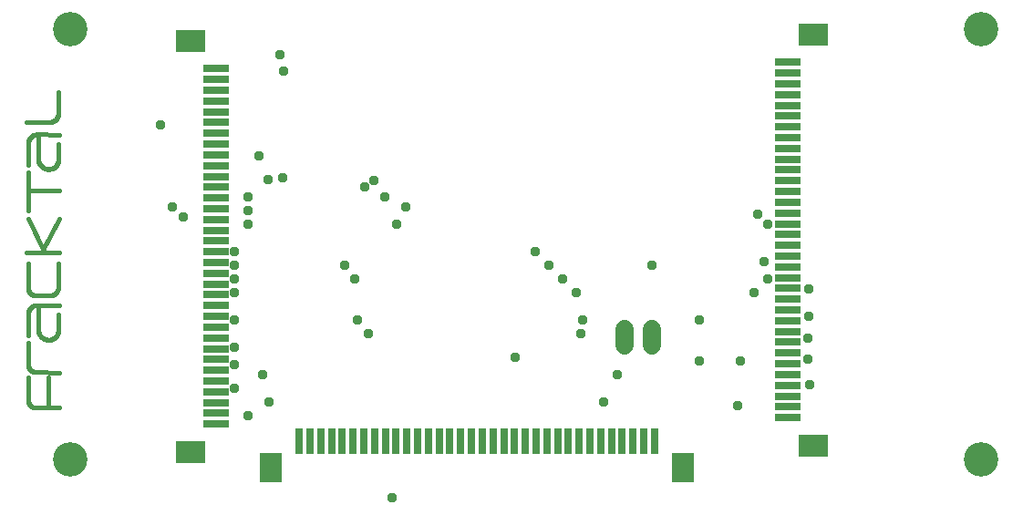
<source format=gbr>
G04 EAGLE Gerber RS-274X export*
G75*
%MOMM*%
%FSLAX34Y34*%
%LPD*%
%INSoldermask Top*%
%IPPOS*%
%AMOC8*
5,1,8,0,0,1.08239X$1,22.5*%
G01*
%ADD10C,3.203194*%
%ADD11R,0.803200X2.403200*%
%ADD12R,2.003200X2.803200*%
%ADD13R,2.403200X0.803200*%
%ADD14R,2.803200X2.003200*%
%ADD15C,0.406400*%
%ADD16C,1.727200*%
%ADD17C,0.959600*%


D10*
X164815Y536866D03*
X1011025Y536866D03*
X1011025Y136866D03*
X164815Y136866D03*
D11*
X417505Y153595D03*
X407505Y153595D03*
X427505Y153595D03*
X397505Y153595D03*
D12*
X733505Y129595D03*
X351505Y129595D03*
D11*
X387505Y153595D03*
X377505Y153595D03*
X437505Y153595D03*
X447505Y153595D03*
X457505Y153595D03*
X467505Y153595D03*
X477505Y153595D03*
X487505Y153595D03*
X497505Y153595D03*
X507505Y153595D03*
X517505Y153595D03*
X527505Y153595D03*
X537505Y153595D03*
X547505Y153595D03*
X557505Y153595D03*
X567505Y153595D03*
X577505Y153595D03*
X587505Y153595D03*
X597505Y153595D03*
X607505Y153595D03*
X617505Y153595D03*
X627505Y153595D03*
X637505Y153595D03*
X647505Y153595D03*
X657505Y153595D03*
X667505Y153595D03*
X677505Y153595D03*
X687505Y153595D03*
X697505Y153595D03*
X707505Y153595D03*
D13*
X300400Y459900D03*
X300400Y469900D03*
X300400Y449900D03*
X300400Y479900D03*
D14*
X276400Y143900D03*
X276400Y525900D03*
D13*
X300400Y489900D03*
X300400Y499900D03*
X300400Y439900D03*
X300400Y429900D03*
X300400Y419900D03*
X300400Y409900D03*
X300400Y399900D03*
X300400Y389900D03*
X300400Y379900D03*
X300400Y369900D03*
X300400Y359900D03*
X300400Y349900D03*
X300400Y339900D03*
X300400Y329900D03*
X300400Y319900D03*
X300400Y309900D03*
X300400Y299900D03*
X300400Y289900D03*
X300400Y279900D03*
X300400Y269900D03*
X300400Y259900D03*
X300400Y249900D03*
X300400Y239900D03*
X300400Y229900D03*
X300400Y219900D03*
X300400Y209900D03*
X300400Y199900D03*
X300400Y189900D03*
X300400Y179900D03*
X300400Y169900D03*
X831070Y215870D03*
X831070Y205870D03*
X831070Y225870D03*
X831070Y195870D03*
D14*
X855070Y531870D03*
X855070Y149870D03*
D13*
X831070Y185870D03*
X831070Y175870D03*
X831070Y235870D03*
X831070Y245870D03*
X831070Y255870D03*
X831070Y265870D03*
X831070Y275870D03*
X831070Y285870D03*
X831070Y295870D03*
X831070Y305870D03*
X831070Y315870D03*
X831070Y325870D03*
X831070Y335870D03*
X831070Y345870D03*
X831070Y355870D03*
X831070Y365870D03*
X831070Y375870D03*
X831070Y385870D03*
X831070Y395870D03*
X831070Y405870D03*
X831070Y415870D03*
X831070Y425870D03*
X831070Y435870D03*
X831070Y445870D03*
X831070Y455870D03*
X831070Y465870D03*
X831070Y475870D03*
X831070Y485870D03*
X831070Y495870D03*
X831070Y505870D03*
D15*
X125857Y212852D02*
X125603Y193294D01*
X125603Y192532D01*
X125605Y192348D01*
X125612Y192164D01*
X125623Y191980D01*
X125639Y191797D01*
X125659Y191614D01*
X125683Y191431D01*
X125712Y191249D01*
X125745Y191068D01*
X125783Y190888D01*
X125824Y190708D01*
X125871Y190530D01*
X125921Y190353D01*
X125976Y190177D01*
X126035Y190003D01*
X126098Y189830D01*
X126166Y189659D01*
X126237Y189489D01*
X126313Y189321D01*
X126392Y189155D01*
X126476Y188991D01*
X126563Y188829D01*
X126655Y188669D01*
X126750Y188511D01*
X126849Y188356D01*
X126952Y188203D01*
X127058Y188053D01*
X127168Y187905D01*
X127282Y187760D01*
X127399Y187618D01*
X127519Y187479D01*
X127643Y187343D01*
X127770Y187209D01*
X127900Y187079D01*
X128034Y186952D01*
X128170Y186828D01*
X128309Y186708D01*
X128451Y186591D01*
X128596Y186477D01*
X128744Y186367D01*
X128894Y186261D01*
X129047Y186158D01*
X129202Y186059D01*
X129360Y185964D01*
X129520Y185872D01*
X129682Y185785D01*
X129846Y185701D01*
X130012Y185622D01*
X130180Y185546D01*
X130350Y185475D01*
X130521Y185407D01*
X130694Y185344D01*
X130868Y185285D01*
X131044Y185230D01*
X131221Y185180D01*
X131399Y185133D01*
X131579Y185092D01*
X131759Y185054D01*
X131940Y185021D01*
X132122Y184992D01*
X132305Y184968D01*
X132488Y184948D01*
X132671Y184932D01*
X132855Y184921D01*
X133039Y184914D01*
X133223Y184912D01*
X154559Y184912D01*
X144145Y187198D02*
X144145Y212852D01*
X125603Y226060D02*
X125603Y245618D01*
X125603Y226060D02*
X125605Y225863D01*
X125613Y225665D01*
X125625Y225469D01*
X125641Y225272D01*
X125663Y225076D01*
X125689Y224880D01*
X125720Y224685D01*
X125756Y224491D01*
X125796Y224298D01*
X125841Y224106D01*
X125891Y223915D01*
X125945Y223725D01*
X126004Y223537D01*
X126068Y223350D01*
X126136Y223165D01*
X126208Y222981D01*
X126285Y222800D01*
X126366Y222620D01*
X126452Y222442D01*
X126542Y222266D01*
X126636Y222093D01*
X126735Y221922D01*
X126837Y221753D01*
X126944Y221587D01*
X127054Y221424D01*
X127169Y221263D01*
X127287Y221105D01*
X127409Y220950D01*
X127535Y220798D01*
X127664Y220649D01*
X127797Y220504D01*
X127934Y220361D01*
X128074Y220222D01*
X128217Y220086D01*
X128364Y219954D01*
X128514Y219826D01*
X128666Y219701D01*
X128822Y219580D01*
X128981Y219462D01*
X129142Y219349D01*
X129306Y219240D01*
X129473Y219134D01*
X129643Y219033D01*
X129814Y218936D01*
X129988Y218843D01*
X130165Y218754D01*
X130343Y218669D01*
X130523Y218589D01*
X130705Y218513D01*
X130889Y218442D01*
X131075Y218375D01*
X131262Y218313D01*
X131451Y218255D01*
X131641Y218202D01*
X131832Y218154D01*
X132025Y218110D01*
X132218Y218071D01*
X132412Y218036D01*
X132608Y218007D01*
X132803Y217982D01*
X133000Y217961D01*
X133196Y217946D01*
X133393Y217935D01*
X133591Y217929D01*
X133788Y217928D01*
X133985Y217932D01*
X154559Y217678D01*
X125857Y251968D02*
X125857Y272288D01*
X125859Y272487D01*
X125867Y272685D01*
X125879Y272883D01*
X125896Y273081D01*
X125918Y273279D01*
X125944Y273476D01*
X125976Y273672D01*
X126012Y273867D01*
X126053Y274062D01*
X126098Y274255D01*
X126149Y274447D01*
X126204Y274638D01*
X126264Y274827D01*
X126328Y275015D01*
X126397Y275202D01*
X126470Y275386D01*
X126548Y275569D01*
X126631Y275750D01*
X126717Y275928D01*
X126808Y276105D01*
X126904Y276279D01*
X127003Y276451D01*
X127107Y276621D01*
X127215Y276787D01*
X127327Y276951D01*
X127443Y277113D01*
X127563Y277271D01*
X127686Y277427D01*
X127814Y277579D01*
X127945Y277728D01*
X128080Y277874D01*
X128218Y278017D01*
X128359Y278156D01*
X128505Y278292D01*
X128653Y278424D01*
X128804Y278553D01*
X128959Y278678D01*
X129116Y278799D01*
X129277Y278916D01*
X129440Y279029D01*
X129606Y279138D01*
X129775Y279243D01*
X129946Y279344D01*
X130120Y279440D01*
X130295Y279533D01*
X130474Y279621D01*
X130654Y279705D01*
X130836Y279784D01*
X131020Y279859D01*
X131206Y279929D01*
X131393Y279995D01*
X131582Y280056D01*
X131773Y280112D01*
X131964Y280164D01*
X132157Y280211D01*
X132352Y280253D01*
X132547Y280291D01*
X132742Y280324D01*
X132939Y280352D01*
X133136Y280375D01*
X133334Y280394D01*
X133532Y280407D01*
X133731Y280416D01*
X154813Y280162D01*
X153797Y271272D02*
X153797Y257048D01*
X153794Y256833D01*
X153787Y256617D01*
X153774Y256402D01*
X153755Y256187D01*
X153732Y255973D01*
X153703Y255760D01*
X153669Y255547D01*
X153630Y255335D01*
X153586Y255124D01*
X153537Y254914D01*
X153483Y254706D01*
X153424Y254499D01*
X153360Y254293D01*
X153290Y254089D01*
X153216Y253887D01*
X153137Y253686D01*
X153053Y253488D01*
X152965Y253291D01*
X152871Y253097D01*
X152773Y252905D01*
X152671Y252716D01*
X152563Y252529D01*
X152452Y252345D01*
X152335Y252163D01*
X152215Y251985D01*
X152090Y251809D01*
X151961Y251636D01*
X151828Y251467D01*
X151691Y251301D01*
X151550Y251138D01*
X151404Y250979D01*
X151255Y250823D01*
X151103Y250671D01*
X150947Y250523D01*
X150787Y250378D01*
X150623Y250238D01*
X150457Y250101D01*
X150287Y249969D01*
X150114Y249840D01*
X149938Y249716D01*
X149759Y249596D01*
X149577Y249481D01*
X149392Y249370D01*
X149205Y249263D01*
X149015Y249162D01*
X148822Y249064D01*
X148628Y248972D01*
X148431Y248884D01*
X148232Y248801D01*
X148032Y248722D01*
X147829Y248649D01*
X147625Y248581D01*
X147419Y248517D01*
X147211Y248459D01*
X147003Y248405D01*
X146793Y248357D01*
X146582Y248314D01*
X146370Y248276D01*
X146157Y248243D01*
X145943Y248215D01*
X145729Y248192D01*
X145514Y248175D01*
X145299Y248163D01*
X145083Y248156D01*
X144868Y248154D01*
X144653Y248158D01*
X144408Y248168D01*
X144164Y248184D01*
X143921Y248205D01*
X143678Y248233D01*
X143436Y248267D01*
X143195Y248306D01*
X142954Y248352D01*
X142715Y248403D01*
X142478Y248460D01*
X142241Y248523D01*
X142007Y248591D01*
X141774Y248665D01*
X141543Y248745D01*
X141314Y248831D01*
X141087Y248922D01*
X140862Y249018D01*
X140640Y249120D01*
X140421Y249228D01*
X140204Y249340D01*
X139990Y249458D01*
X139778Y249582D01*
X139570Y249710D01*
X139365Y249843D01*
X139164Y249981D01*
X138966Y250124D01*
X138771Y250272D01*
X138580Y250425D01*
X138393Y250582D01*
X138210Y250744D01*
X138030Y250910D01*
X137855Y251081D01*
X137684Y251255D01*
X137517Y251434D01*
X137355Y251617D01*
X137197Y251804D01*
X137044Y251994D01*
X136896Y252188D01*
X136752Y252386D01*
X136613Y252587D01*
X136479Y252792D01*
X136350Y253000D01*
X136227Y253210D01*
X136108Y253424D01*
X135995Y253641D01*
X135887Y253860D01*
X135784Y254082D01*
X135687Y254306D01*
X135595Y254533D01*
X135509Y254762D01*
X135509Y278384D01*
X125603Y296926D02*
X125603Y319278D01*
X125603Y296926D02*
X125605Y296733D01*
X125612Y296539D01*
X125624Y296346D01*
X125641Y296154D01*
X125662Y295961D01*
X125688Y295770D01*
X125719Y295579D01*
X125754Y295389D01*
X125794Y295199D01*
X125838Y295011D01*
X125887Y294824D01*
X125941Y294638D01*
X125999Y294454D01*
X126062Y294271D01*
X126129Y294090D01*
X126201Y293910D01*
X126277Y293732D01*
X126357Y293556D01*
X126441Y293382D01*
X126530Y293210D01*
X126623Y293041D01*
X126720Y292874D01*
X126821Y292709D01*
X126927Y292546D01*
X127036Y292387D01*
X127149Y292230D01*
X127265Y292075D01*
X127386Y291924D01*
X127510Y291776D01*
X127638Y291631D01*
X127769Y291489D01*
X127904Y291350D01*
X128042Y291214D01*
X128183Y291082D01*
X128327Y290954D01*
X128475Y290829D01*
X128626Y290707D01*
X128779Y290590D01*
X128936Y290476D01*
X129095Y290366D01*
X129256Y290260D01*
X129421Y290158D01*
X129587Y290060D01*
X129756Y289966D01*
X129928Y289876D01*
X130101Y289791D01*
X130277Y289710D01*
X130454Y289633D01*
X130633Y289560D01*
X130814Y289492D01*
X130997Y289428D01*
X131181Y289369D01*
X131367Y289314D01*
X131553Y289264D01*
X131741Y289219D01*
X131930Y289178D01*
X132120Y289141D01*
X132311Y289110D01*
X132503Y289083D01*
X132695Y289060D01*
X132887Y289043D01*
X133080Y289030D01*
X133273Y289022D01*
X133467Y289018D01*
X133660Y289019D01*
X133854Y289025D01*
X134047Y289036D01*
X134239Y289052D01*
X145669Y289306D01*
X145874Y289313D01*
X146079Y289325D01*
X146284Y289342D01*
X146488Y289364D01*
X146692Y289391D01*
X146894Y289423D01*
X147096Y289459D01*
X147297Y289501D01*
X147497Y289548D01*
X147696Y289599D01*
X147894Y289655D01*
X148090Y289716D01*
X148284Y289781D01*
X148477Y289852D01*
X148668Y289927D01*
X148858Y290006D01*
X149045Y290090D01*
X149230Y290179D01*
X149413Y290272D01*
X149594Y290369D01*
X149772Y290471D01*
X149948Y290577D01*
X150121Y290688D01*
X150291Y290802D01*
X150459Y290921D01*
X150624Y291044D01*
X150785Y291170D01*
X150944Y291301D01*
X151099Y291435D01*
X151251Y291573D01*
X151400Y291715D01*
X151545Y291860D01*
X151686Y292009D01*
X151824Y292161D01*
X151958Y292316D01*
X152089Y292475D01*
X152215Y292636D01*
X152338Y292801D01*
X152456Y292969D01*
X152571Y293139D01*
X152681Y293312D01*
X152787Y293488D01*
X152889Y293666D01*
X152986Y293847D01*
X153079Y294030D01*
X153168Y294215D01*
X153252Y294403D01*
X153331Y294592D01*
X153406Y294783D01*
X153476Y294976D01*
X153542Y295171D01*
X153603Y295367D01*
X153658Y295564D01*
X153710Y295763D01*
X153756Y295963D01*
X153797Y296164D01*
X154051Y319278D01*
X140843Y328930D02*
X124587Y328930D01*
X140843Y328930D02*
X154813Y328930D01*
X140843Y328930D02*
X125603Y360934D01*
X154305Y360934D02*
X139827Y331724D01*
X126111Y368554D02*
X126111Y404114D01*
X125857Y386588D02*
X154559Y386588D01*
X125857Y410464D02*
X125857Y430784D01*
X125859Y430983D01*
X125867Y431181D01*
X125879Y431379D01*
X125896Y431577D01*
X125918Y431775D01*
X125944Y431972D01*
X125976Y432168D01*
X126012Y432363D01*
X126053Y432558D01*
X126098Y432751D01*
X126149Y432943D01*
X126204Y433134D01*
X126264Y433323D01*
X126328Y433511D01*
X126397Y433698D01*
X126470Y433882D01*
X126548Y434065D01*
X126631Y434246D01*
X126717Y434424D01*
X126808Y434601D01*
X126904Y434775D01*
X127003Y434947D01*
X127107Y435117D01*
X127215Y435283D01*
X127327Y435447D01*
X127443Y435609D01*
X127563Y435767D01*
X127686Y435923D01*
X127814Y436075D01*
X127945Y436224D01*
X128080Y436370D01*
X128218Y436513D01*
X128359Y436652D01*
X128505Y436788D01*
X128653Y436920D01*
X128804Y437049D01*
X128959Y437174D01*
X129116Y437295D01*
X129277Y437412D01*
X129440Y437525D01*
X129606Y437634D01*
X129775Y437739D01*
X129946Y437840D01*
X130120Y437936D01*
X130295Y438029D01*
X130474Y438117D01*
X130654Y438201D01*
X130836Y438280D01*
X131020Y438355D01*
X131206Y438425D01*
X131393Y438491D01*
X131582Y438552D01*
X131773Y438608D01*
X131964Y438660D01*
X132157Y438707D01*
X132352Y438749D01*
X132547Y438787D01*
X132742Y438820D01*
X132939Y438848D01*
X133136Y438871D01*
X133334Y438890D01*
X133532Y438903D01*
X133731Y438912D01*
X154813Y438658D01*
X153797Y429768D02*
X153797Y415544D01*
X153794Y415329D01*
X153787Y415113D01*
X153774Y414898D01*
X153755Y414683D01*
X153732Y414469D01*
X153703Y414256D01*
X153669Y414043D01*
X153630Y413831D01*
X153586Y413620D01*
X153537Y413410D01*
X153483Y413202D01*
X153424Y412995D01*
X153360Y412789D01*
X153290Y412585D01*
X153216Y412383D01*
X153137Y412182D01*
X153053Y411984D01*
X152965Y411787D01*
X152871Y411593D01*
X152773Y411401D01*
X152671Y411212D01*
X152563Y411025D01*
X152452Y410841D01*
X152335Y410659D01*
X152215Y410481D01*
X152090Y410305D01*
X151961Y410132D01*
X151828Y409963D01*
X151691Y409797D01*
X151550Y409634D01*
X151404Y409475D01*
X151255Y409319D01*
X151103Y409167D01*
X150947Y409019D01*
X150787Y408874D01*
X150623Y408734D01*
X150457Y408597D01*
X150287Y408465D01*
X150114Y408336D01*
X149938Y408212D01*
X149759Y408092D01*
X149577Y407977D01*
X149392Y407866D01*
X149205Y407759D01*
X149015Y407658D01*
X148822Y407560D01*
X148628Y407468D01*
X148431Y407380D01*
X148232Y407297D01*
X148032Y407218D01*
X147829Y407145D01*
X147625Y407077D01*
X147419Y407013D01*
X147211Y406955D01*
X147003Y406901D01*
X146793Y406853D01*
X146582Y406810D01*
X146370Y406772D01*
X146157Y406739D01*
X145943Y406711D01*
X145729Y406688D01*
X145514Y406671D01*
X145299Y406659D01*
X145083Y406652D01*
X144868Y406650D01*
X144653Y406654D01*
X144408Y406664D01*
X144164Y406680D01*
X143921Y406701D01*
X143678Y406729D01*
X143436Y406763D01*
X143195Y406802D01*
X142954Y406848D01*
X142715Y406899D01*
X142478Y406956D01*
X142241Y407019D01*
X142007Y407087D01*
X141774Y407161D01*
X141543Y407241D01*
X141314Y407327D01*
X141087Y407418D01*
X140862Y407514D01*
X140640Y407616D01*
X140421Y407724D01*
X140204Y407836D01*
X139990Y407954D01*
X139778Y408078D01*
X139570Y408206D01*
X139365Y408339D01*
X139164Y408477D01*
X138966Y408620D01*
X138771Y408768D01*
X138580Y408921D01*
X138393Y409078D01*
X138210Y409240D01*
X138030Y409406D01*
X137855Y409577D01*
X137684Y409751D01*
X137517Y409930D01*
X137355Y410113D01*
X137197Y410300D01*
X137044Y410490D01*
X136896Y410684D01*
X136752Y410882D01*
X136613Y411083D01*
X136479Y411288D01*
X136350Y411496D01*
X136227Y411706D01*
X136108Y411920D01*
X135995Y412137D01*
X135887Y412356D01*
X135784Y412578D01*
X135687Y412802D01*
X135595Y413029D01*
X135509Y413258D01*
X135509Y436880D01*
X145669Y450342D02*
X124333Y450342D01*
X145669Y450342D02*
X145869Y450344D01*
X146070Y450352D01*
X146270Y450364D01*
X146469Y450381D01*
X146669Y450403D01*
X146867Y450430D01*
X147065Y450462D01*
X147262Y450499D01*
X147458Y450540D01*
X147653Y450587D01*
X147847Y450638D01*
X148040Y450694D01*
X148231Y450754D01*
X148420Y450819D01*
X148608Y450889D01*
X148794Y450964D01*
X148978Y451043D01*
X149161Y451126D01*
X149341Y451214D01*
X149519Y451306D01*
X149694Y451403D01*
X149867Y451504D01*
X150038Y451609D01*
X150206Y451718D01*
X150371Y451832D01*
X150534Y451949D01*
X150693Y452070D01*
X150850Y452196D01*
X151003Y452325D01*
X151153Y452457D01*
X151300Y452594D01*
X151444Y452734D01*
X151584Y452877D01*
X151720Y453024D01*
X151853Y453174D01*
X151982Y453328D01*
X152107Y453484D01*
X152228Y453643D01*
X152346Y453806D01*
X152459Y453971D01*
X152569Y454139D01*
X152674Y454310D01*
X152775Y454483D01*
X152871Y454659D01*
X152964Y454836D01*
X153052Y455017D01*
X153135Y455199D01*
X153214Y455383D01*
X153288Y455569D01*
X153358Y455757D01*
X153424Y455946D01*
X153484Y456138D01*
X153540Y456330D01*
X153591Y456524D01*
X153637Y456719D01*
X153679Y456915D01*
X153716Y457112D01*
X153747Y457310D01*
X153774Y457508D01*
X153797Y457708D01*
X154051Y478536D01*
D16*
X704850Y258445D02*
X704850Y243205D01*
X679450Y243205D02*
X679450Y258445D01*
D17*
X248666Y447675D03*
X457200Y381000D03*
X330200Y381000D03*
X259969Y371475D03*
X330200Y355600D03*
X812800Y355600D03*
X467881Y355600D03*
X330200Y368300D03*
X803275Y365125D03*
X476631Y371856D03*
X463550Y101600D03*
X330200Y177800D03*
X339725Y419100D03*
X577850Y231775D03*
X317500Y317500D03*
X809244Y321056D03*
X609600Y317500D03*
X419834Y317500D03*
X704850Y317500D03*
X317500Y304800D03*
X812800Y304800D03*
X622300Y304800D03*
X429006Y304800D03*
X317500Y292100D03*
X800100Y292100D03*
X635000Y292100D03*
X850900Y295275D03*
X638907Y254000D03*
X317500Y241300D03*
X447210Y395859D03*
X441325Y254000D03*
X640685Y266700D03*
X317500Y266700D03*
X438122Y390525D03*
X431800Y266700D03*
X660400Y190500D03*
X317500Y203200D03*
X362712Y498094D03*
X362501Y398371D03*
X349250Y190500D03*
X673100Y215900D03*
X317500Y225425D03*
X359509Y512953D03*
X348841Y396875D03*
X343888Y215900D03*
X849503Y249428D03*
X749300Y228600D03*
X749300Y266700D03*
X850900Y269875D03*
X851281Y206375D03*
X784225Y187325D03*
X787400Y228600D03*
X849503Y229997D03*
X596900Y330200D03*
X317500Y330200D03*
X269875Y361950D03*
M02*

</source>
